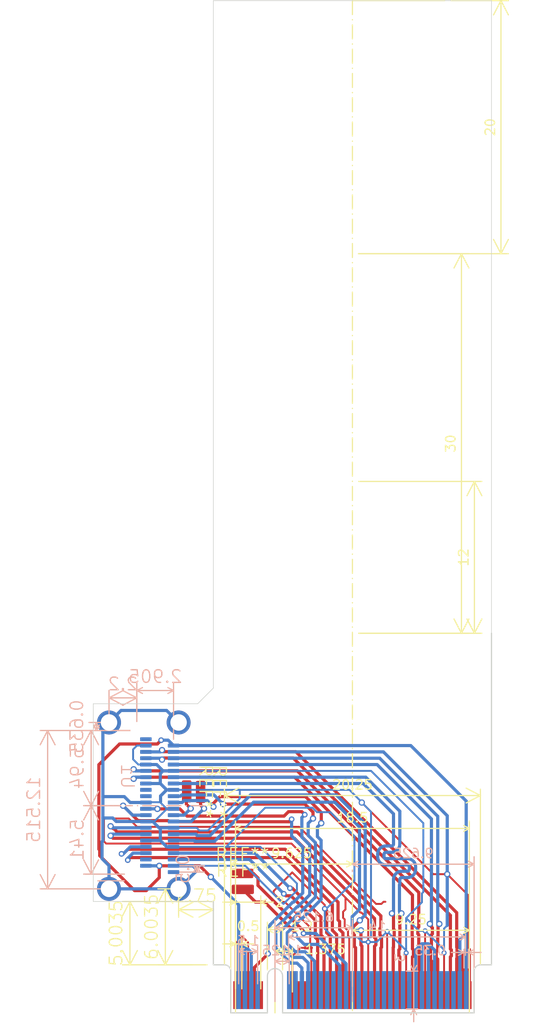
<source format=kicad_pcb>
(kicad_pcb (version 20241229) (generator "pcbnew") (generator_version "9.0")
  (layers (0 "F.Cu" mixed) (2 "B.Cu" mixed) (13 "F.Paste" user) (15 "B.Paste" user) (5 "F.SilkS" user "F.Silkscreen") (7 "B.SilkS" user "B.Silkscreen") (1 "F.Mask" user) (3 "B.Mask" user) (25 "Edge.Cuts" user))
  (net 0 "")
  (net 1 "Net-(U1-2W_SDA)")
  (net 3 "/GND")
  (net 5 "Net-(U1-2W_SCL)")
  (net 6 "/3V3")
  (net 7 "Net-(U1-CPRSNT{slash}CLKREQ)")
  (net 8 "Net-(U1-CWAKE{slash}PEWAKE)")
  (net 9 "Net-(U1-BP_Type{slash}PEDET)")
  (net 16 "Net-(U1-PERST)")
  (net 24 "/T2N")
  (net 25 "/T0P")
  (net 26 "/T0N")
  (net 27 "/T1P")
  (net 29 "/T3P")
  (net 31 "/T1N")
  (net 34 "/T2P")
  (net 35 "/T3N")
  (net 37 "/R2P")
  (net 38 "/R0N")
  (net 39 "/R0P")
  (net 40 "/R1N")
  (net 41 "/R1P")
  (net 43 "/R3N")
  (net 47 "/R3P")
  (net 48 "/R2N")
  (footprint "Kustom:Testpad" (layer "F.Cu") (at 57.15 105.14 -90)
    (property "Reference" "REF**")
    (property "Value" "Testpad")
  )
  (footprint "Kustom:Testpad" (layer "F.Cu") (at 56.05 105.1 -90)
    (property "Reference" "REF**")
    (property "Value" "Testpad")
  )
  (footprint "Kustom:Testpad" (layer "F.Cu") (at 60.49 112.84)
    (property "Reference" "REF**")
    (property "Value" "Testpad")
  )
  (footprint "Kustom:M.2_M_KEY" (layer "F.Cu") (at 59.91 121.2)
    (property "Reference" "U2" (hide yes))
    (property "Value" "~" (hide yes))
    (fp_line (start -1.75 -2.39646) (end -1.75 -7.4) (stroke (width 0.1)) (layer "Edge.Cuts"))
    (fp_line (start -0.875 -2.39646) (end -1.75 -2.39646) (stroke (width 0.1)) (layer "Edge.Cuts"))
    (fp_line (start -0.375 1.4) (end -0.375 -1.892841) (stroke (width 0.1)) (layer "Edge.Cuts"))
    (fp_line (start 2.525 -1.5) (end 2.525 1.4) (stroke (width 0.1)) (layer "Edge.Cuts"))
    (fp_line (start 2.525 1.4) (end -0.375 1.4) (stroke (width 0.1)) (layer "Edge.Cuts"))
    (fp_line (start 3.725 -1.5) (end 3.725 1.4) (stroke (width 0.1)) (layer "Edge.Cuts"))
    (fp_line (start 18.875 1.4) (end 3.725 1.4) (stroke (width 0.1)) (layer "Edge.Cuts"))
    (fp_line (start 18.875 1.4) (end 18.875 -1.9) (stroke (width 0.1)) (layer "Edge.Cuts"))
    (fp_line (start 19.375 -2.39646) (end 20.25 -2.39646) (stroke (width 0.1)) (layer "Edge.Cuts"))
    (fp_line (start 20.25 -2.39646) (end 20.25 -28.6) (stroke (width 0.1)) (layer "Edge.Cuts"))
    (fp_arc (start -0.875 -2.39646) (mid -0.522696 -2.251263) (end -0.375 -1.9) (stroke (width 0.1)) (layer "Edge.Cuts"))
    (fp_arc (start 2.525 -1.5) (mid 3.125 -2.1) (end 3.725 -1.5) (stroke (width 0.1)) (layer "Edge.Cuts"))
    (fp_arc (start 18.875 -1.9) (mid 19.022696 -2.251263) (end 19.375 -2.39646) (stroke (width 0.1)) (layer "Edge.Cuts"))
  )
  (footprint "Kustom:Testpad" (layer "F.Cu") (at 60.45 111.58)
    (property "Reference" "REF**")
    (property "Value" "Testpad")
  )
  (footprint "Kustom:LDN_2423_17CT0-7H Oculink SFF-8612" (layer "B.Cu") (at 52.82 110.975 90)
    (property "Reference" "U1")
    (property "Value" "~" (hide yes))
  )
  (gr_line (start 58.16 96.93) (end 56.92 98.17) (stroke (width 0.05)) (layer "Edge.Cuts"))
  (gr_line (start 80.16 42.6) (end 58.16 42.6) (stroke (width 0.05)) (layer "Edge.Cuts"))
  (gr_line (start 80.16 92.6) (end 80.16 42.6) (stroke (width 0.05)) (layer "Edge.Cuts"))
  (gr_line (start 58.16 42.6) (end 58.16 96.93) (stroke (width 0.05)) (layer "Edge.Cuts"))
  (gr_line (start 48.66 113.8) (end 48.66 98.17) (stroke (width 0.05)) (layer "Edge.Cuts"))
  (gr_line (start 58.16 113.8) (end 48.66 113.8) (stroke (width 0.05)) (layer "Edge.Cuts"))
  (gr_line (start 56.92 98.17) (end 48.66 98.17) (stroke (width 0.05)) (layer "Edge.Cuts"))
  (dimension (type orthogonal) (layer "F.SilkS") (pts (xy 55.41 112.8) (xy 58.16 118.80354)) (height 1.65) (orientation 0) (format (prefix "") (suffix "") (units 3) (units_format 0) (precision 4) (suppress_zeroes yes)) (style (thickness 0.1) (arrow_length 1.27) (text_position_mode 0) (arrow_direction outward) (extension_height 0.58642) (extension_offset 0.5) (keep_text_aligned yes)) (gr_text "2.75" (at 56.785 113.35 0) (layer "F.SilkS") (effects (font (size 1 1) (thickness 0.1)))))
  (dimension (type orthogonal) (layer "F.SilkS") (pts (xy 55.41 112.8) (xy 56.99 118.80354)) (height -1.05) (orientation 1) (format (prefix "") (suffix "") (units 3) (units_format 0) (precision 4) (suppress_zeroes yes)) (style (thickness 0.1) (arrow_length 1.27) (text_position_mode 0) (arrow_direction outward) (extension_height 0.58642) (extension_offset 0.5) (keep_text_aligned yes)) (gr_text "6.0035" (at 53.26 115.80177 90) (layer "F.SilkS") (effects (font (size 1 1) (thickness 0.1)))))
  (segment (start 62.21 113.84) (end 64.60491 116.23491) (width 0.25) (layer "F.Cu") (net 1))
  (segment (start 60.49 112.84) (end 61.49 113.84) (width 0.25) (layer "F.Cu") (net 1))
  (segment (start 64.60491 116.23491) (end 64.60491 116.442158) (width 0.25) (layer "F.Cu") (net 1))
  (segment (start 61.49 113.84) (end 62.21 113.84) (width 0.25) (layer "F.Cu") (net 1))
  (segment (start 56.022361 106.108025) (end 56.365336 106.451) (width 0.25) (layer "F.Cu") (net 1))
  (segment (start 56.022361 105.792639) (end 56.022361 106.108025) (width 0.25) (layer "F.Cu") (net 1))
  (via (at 56.365336 106.451) (size 0.5) (drill 0.3) (layers "F.Cu" "B.Cu") (net 1))
  (via (at 64.60491 116.442158) (size 0.45) (drill 0.25) (layers "F.Cu" "B.Cu") (net 1))
  (segment (start 68.16 118.858478) (end 66.491522 117.19) (width 0.25) (layer "B.Cu") (net 1))
  (segment (start 68.16 120.8) (end 68.16 118.858478) (width 0.25) (layer "B.Cu") (net 1))
  (segment (start 55.01 106.975) (end 55.841336 106.975) (width 0.25) (layer "B.Cu") (net 1))
  (segment (start 66.491522 117.19) (end 65.352752 117.19) (width 0.25) (layer "B.Cu") (net 1))
  (segment (start 65.352752 117.19) (end 64.60491 116.442158) (width 0.25) (layer "B.Cu") (net 1))
  (segment (start 55.841336 106.975) (end 56.365336 106.451) (width 0.25) (layer "B.Cu") (net 1))
  (segment (start 65.91 121.2) (end 65.91 117.46) (width 0.15) (layer "F.Cu") (net 3))
  (segment (start 69.874346 114.675) (end 69.795 114.675) (width 0.15) (layer "F.Cu") (net 3))
  (segment (start 75.56 111.64) (end 76.66 111.64) (width 0.15) (layer "F.Cu") (net 3))
  (segment (start 74.91 121.2) (end 74.91 116.12) (width 0.15) (layer "F.Cu") (net 3))
  (segment (start 59.91 121.2) (end 59.91 117.12) (width 0.15) (layer "F.Cu") (net 3))
  (segment (start 68.421889 114.61189) (end 68.612562 114.421217) (width 0.15) (layer "F.Cu") (net 3))
  (segment (start 60.91 121.2) (end 60.91 117.04) (width 0.15) (layer "F.Cu") (net 3))
  (segment (start 64.939654 107.899) (end 71.030654 113.99) (width 0.15) (layer "F.Cu") (net 3))
  (segment (start 78.41 117.59) (end 78.41 121.2) (width 0.25) (layer "F.Cu") (net 3))
  (segment (start 69.9 105.98) (end 75.56 111.64) (width 0.15) (layer "F.Cu") (net 3))
  (segment (start 77.91 117.95) (end 78.34 117.52) (width 0.25) (layer "F.Cu") (net 3))
  (segment (start 78.34 113.32) (end 76.66 111.64) (width 0.15) (layer "F.Cu") (net 3))
  (segment (start 60.91 117.04) (end 60.45 116.58) (width 0.15) (layer "F.Cu") (net 3))
  (segment (start 71.62 113.82) (end 71.77 113.82) (width 0.15) (layer "F.Cu") (net 3))
  (segment (start 65.91 117.46) (end 65.82189 117.37189) (width 0.15) (layer "F.Cu") (net 3))
  (segment (start 66.971889 114.071889) (end 66.971889 114.369936) (width 0.15) (layer "F.Cu") (net 3))
  (segment (start 59.91 117.12) (end 60.41 116.62) (width 0.15) (layer "F.Cu") (net 3))
  (segment (start 49.58 107.24) (end 51.464314 107.24) (width 0.15) (layer "F.Cu") (net 3))
  (segment (start 68.810706 116.504569) (end 68.810706 116.11345) (width 0.15) (layer "F.Cu") (net 3))
  (segment (start 68.612562 114.421217) (end 68.612562 113.492562) (width 0.15) (layer "F.Cu") (net 3))
  (segment (start 49.504789 109.044789) (end 49.504789 107.315211) (width 0.15) (layer "F.Cu") (net 3))
  (segment (start 70.41 117.003458) (end 70.410706 117.002752) (width 0.15) (layer "F.Cu") (net 3))
  (segment (start 65.05 117.46) (end 65.41 117.46) (width 0.15) (layer "F.Cu") (net 3))
  (segment (start 68.612562 113.492562) (end 64.34 109.22) (width 0.15) (layer "F.Cu") (net 3))
  (segment (start 65.82189 117.37189) (end 65.82189 115.84189) (width 0.15) (layer "F.Cu") (net 3))
  (segment (start 69.795 114.675) (end 68.612562 113.492562) (width 0.15) (layer "F.Cu") (net 3))
  (segment (start 67.12189 114.519937) (end 66.971889 114.369936) (width 0.25) (layer "F.Cu") (net 3))
  (segment (start 60.41 116.62) (end 60.41 121.2) (width 0.15) (layer "F.Cu") (net 3))
  (segment (start 68.91 116.603864) (end 68.810706 116.504569) (width 0.15) (layer "F.Cu") (net 3))
  (segment (start 65.41 117.46) (end 65.91 117.46) (width 0.25) (layer "F.Cu") (net 3))
  (segment (start 78.34 117.52) (end 78.34 113.32) (width 0.15) (layer "F.Cu") (net 3))
  (segment (start 67.12189 116.26311) (end 67.12189 114.519937) (width 0.25) (layer "F.Cu") (net 3))
  (segment (start 76.41 121.2) (end 76.41 117.86) (width 0.15) (layer "F.Cu") (net 3))
  (segment (start 64.41 121.2) (end 64.41 118.1) (width 0.15) (layer "F.Cu") (net 3))
  (segment (start 68.421889 115.088236) (end 68.421889 114.61189) (width 0.15) (layer "F.Cu") (net 3))
  (segment (start 52.123314 107.899) (end 64.939654 107.899) (width 0.15) (layer "F.Cu") (net 3))
  (segment (start 71.91 121.2) (end 71.91 116.170612) (width 0.15) (layer "F.Cu") (net 3))
  (segment (start 62.93 112.97) (end 64.4 111.5) (width 0.15) (layer "F.Cu") (net 3))
  (segment (start 77.91 121.2) (end 77.91 117.95) (width 0.25) (layer "F.Cu") (net 3))
  (segment (start 73.41 121.2) (end 73.41 117.86) (width 0.15) (layer "F.Cu") (net 3))
  (segment (start 63.816302 113.836302) (end 63.600209 113.836302) (width 0.15) (layer "F.Cu") (net 3))
  (segment (start 64.4 111.5) (end 66.971889 114.071889) (width 0.15) (layer "F.Cu") (net 3))
  (segment (start 68.547562 115.213909) (end 68.421889 115.088236) (width 0.15) (layer "F.Cu") (net 3))
  (segment (start 70.410706 117.002752) (end 70.410706 115.21136) (width 0.15) (layer "F.Cu") (net 3))
  (segment (start 64.41 118.1) (end 65.05 117.46) (width 0.15) (layer "F.Cu") (net 3))
  (segment (start 68.547562 115.850305) (end 68.547562 115.213909) (width 0.15) (layer "F.Cu") (net 3))
  (segment (start 60.45 116.58) (end 60.41 116.62) (width 0.15) (layer "F.Cu") (net 3))
  (segment (start 68.810706 116.11345) (end 68.547562 115.850305) (width 0.15) (layer "F.Cu") (net 3))
  (segment (start 71.45 113.99) (end 71.62 113.82) (width 0.15) (layer "F.Cu") (net 3))
  (segment (start 68.91 121.2) (end 68.91 116.603864) (width 0.15) (layer "F.Cu") (net 3))
  (segment (start 49.504789 107.315211) (end 49.58 107.24) (width 0.15) (layer "F.Cu") (net 3))
  (segment (start 65.82189 115.84189) (end 63.816302 113.836302) (width 0.15) (layer "F.Cu") (net 3))
  (segment (start 78.34 117.52) (end 78.41 117.59) (width 0.25) (layer "F.Cu") (net 3))
  (segment (start 51.464314 107.24) (end 52.123314 107.899) (width 0.15) (layer "F.Cu") (net 3))
  (segment (start 63.600209 113.836302) (end 62.93 113.166093) (width 0.15) (layer "F.Cu") (net 3))
  (segment (start 71.91 116.170612) (end 71.910306 116.170306) (width 0.15) (layer "F.Cu") (net 3))
  (segment (start 70.41 121.2) (end 70.41 117.003458) (width 0.15) (layer "F.Cu") (net 3))
  (segment (start 67.41 116.55122) (end 67.12189 116.26311) (width 0.25) (layer "F.Cu") (net 3))
  (segment (start 49.68 109.22) (end 49.504789 109.044789) (width 0.15) (layer "F.Cu") (net 3))
  (segment (start 67.41 121.2) (end 67.41 116.55122) (width 0.25) (layer "F.Cu") (net 3))
  (segment (start 70.410706 115.21136) (end 69.874346 114.675) (width 0.15) (layer "F.Cu") (net 3))
  (segment (start 62.93 113.166093) (end 62.93 112.97) (width 0.15) (layer "F.Cu") (net 3))
  (segment (start 71.030654 113.99) (end 71.45 113.99) (width 0.15) (layer "F.Cu") (net 3))
  (segment (start 64.34 109.22) (end 49.68 109.22) (width 0.15) (layer "F.Cu") (net 3))
  (via (at 69.9 105.98) (size 0.5) (drill 0.3) (layers "F.Cu" "B.Cu") (net 3))
  (via (at 71.910306 116.170306) (size 0.4) (drill 0.2) (layers "F.Cu" "B.Cu") (net 3))
  (via (at 76.41 117.86) (size 0.4) (drill 0.2) (layers "F.Cu" "B.Cu") (net 3))
  (via (at 66.971889 114.369936) (size 0.45) (drill 0.25) (layers "F.Cu" "B.Cu") (net 3))
  (via (at 74.91 116.12) (size 0.4) (drill 0.2) (layers "F.Cu" "B.Cu") (net 3))
  (via (at 73.41 117.86) (size 0.4) (drill 0.2) (layers "F.Cu" "B.Cu") (net 3))
  (via (at 70.410706 117.002752) (size 0.4) (drill 0.2) (layers "F.Cu" "B.Cu") (net 3))
  (via (at 76.66 111.64) (size 0.5) (drill 0.3) (layers "F.Cu" "B.Cu") (net 3))
  (segment (start 67.64 116.62) (end 66.971889 115.951889) (width 0.15) (layer "B.Cu") (net 3))
  (segment (start 70.635 103.475) (end 72.13 104.97) (width 0.15) (layer "B.Cu") (net 3))
  (segment (start 66.356653 106.74) (end 67.42 106.74) (width 0.15) (layer "B.Cu") (net 3))
  (segment (start 52.82 105.975) (end 51.579588 105.975) (width 0.25) (layer "B.Cu") (net 3))
  (segment (start 74.66 113.16) (end 74.66 113.858877) (width 0.15) (layer "B.Cu") (net 3))
  (segment (start 54.464916 104.975) (end 53.983232 105.456684) (width 0.25) (layer "B.Cu") (net 3))
  (segment (start 55.01 110.975) (end 56.535 110.975) (width 0.25) (layer "B.Cu") (net 3))
  (segment (start 68.451081 113.017067) (end 67.098212 114.369936) (width 0.15) (layer "B.Cu") (net 3))
  (segment (start 76.41 117.62) (end 76.41 115.94) (width 0.15) (layer "B.Cu") (net 3))
  (segment (start 74.66 113.858877) (end 73.41 115.108877) (width 0.15) (layer "B.Cu") (net 3))
  (segment (start 57.724314 108.19) (end 60.25 105.664314) (width 0.15) (layer "B.Cu") (net 3))
  (segment (start 59.175 109.475) (end 61.865 109.475) (width 0.15) (layer "B.Cu") (net 3))
  (segment (start 76.38 106.74) (end 76.66 107.02) (width 0.25) (layer "B.Cu") (net 3))
  (segment (start 51.579588 105.975) (end 51.114588 105.51) (width 0.25) (layer "B.Cu") (net 3))
  (segment (start 66.971889 115.951889) (end 66.971889 114.369936) (width 0.15) (layer "B.Cu") (net 3))
  (segment (start 53.865084 107.975) (end 53.365084 107.475) (width 0.25) (layer "B.Cu") (net 3))
  (segment (start 53.964916 104.475) (end 54.464916 104.975) (width 0.25) (layer "B.Cu") (net 3))
  (segment (start 69.9 105.98) (end 70.63 106.71) (width 0.15) (layer "B.Cu") (net 3))
  (segment (start 74.77 113.05) (end 74.66 113.16) (width 0.15) (layer "B.Cu") (net 3))
  (segment (start 54.175412 103.475) (end 55.01 103.475) (width 0.25) (layer "B.Cu") (net 3))
  (segment (start 74.77 107.61) (end 74.77 108.73) (width 0.15) (layer "B.Cu") (net 3))
  (segment (start 49.42 107.2) (end 49.42 109.00128) (width 0.25) (layer "B.Cu") (net 3))
  (segment (start 55.41 99.65) (end 54.460001 98.700001) (width 0.25) (layer "B.Cu") (net 3))
  (segment (start 57.052647 108.19) (end 57.724314 108.19) (width 0.15) (layer "B.Cu") (net 3))
  (segment (start 69.9 105.95) (end 69.9 105.98) (width 0.15) (layer "B.Cu") (net 3))
  (segment (start 52.841 105.954) (end 52.82 105.975) (width 0.15) (layer "B.Cu") (net 3))
  (segment (start 55.01 107.975) (end 56.837647 107.975) (width 0.15) (layer "B.Cu") (net 3))
  (segment (start 69.82 105.87) (end 69.9 105.95) (width 0.15) (layer "B.Cu") (net 3))
  (segment (start 69.56 116.62) (end 67.64 116.62) (width 0.15) (layer "B.Cu") (net 3))
  (segment (start 53.964916 108.975) (end 53.964916 108.074832) (width 0.25) (layer "B.Cu") (net 3))
  (segment (start 76.66 111.64) (end 76.66 115.69) (width 0.25) (layer "B.Cu") (net 3))
  (segment (start 54.468877 106.475) (end 53.947877 105.954) (width 0.15) (layer "B.Cu") (net 3))
  (segment (start 62.264031 106.385969) (end 66.002622 106.385969) (width 0.15) (layer "B.Cu") (net 3))
  (segment (start 52.82 107.475) (end 50.470377 107.475) (width 0.25) (layer "B.Cu") (net 3))
  (segment (start 70.63 106.71) (end 70.63 115.55) (width 0.15) (layer "B.Cu") (net 3))
  (segment (start 70.63 116.62) (end 69.56 116.62) (width 0.15) (layer "B.Cu") (net 3))
  (segment (start 54.175412 103.475) (end 53.96 103.690412) (width 0.25) (layer "B.Cu") (net 3))
  (segment (start 53.947877 105.954) (end 52.841 105.954) (width 0.15) (layer "B.Cu") (net 3))
  (segment (start 55.01 101.975) (end 71.615 101.975) (width 0.25) (layer "B.Cu") (net 3))
  (segment (start 59.175 109.475) (end 62.264031 106.385969) (width 0.15) (layer "B.Cu") (net 3))
  (segment (start 54.468877 106.491123) (end 53.485 107.475) (width 0.15) (layer "B.Cu") (net 3))
  (segment (start 53.485 107.475) (end 53.365084 107.475) (width 0.15) (layer "B.Cu") (net 3))
  (segment (start 54.460001 98.700001) (end 50.854999 98.700001) (width 0.25) (layer "B.Cu") (net 3))
  (segment (start 67.42 106.74) (end 69.319 108.639) (width 0.15) (layer "B.Cu") (net 3))
  (segment (start 60.25 105.664314) (end 60.25 104.975) (width 0.15) (layer "B.Cu") (net 3))
  (segment (start 74.91 116.12) (end 74.421123 116.12) (width 0.15) (layer "B.Cu") (net 3))
  (segment (start 49.905 99.65) (end 49.42 100.135) (width 0.25) (layer "B.Cu") (net 3))
  (segment (start 49.42 100.135) (end 49.42 105.51) (width 0.25) (layer "B.Cu") (net 3))
  (segment (start 76.41 115.94) (end 76.66 115.69) (width 0.15) (layer "B.Cu") (net 3))
  (segment (start 56.78 111.43) (end 55.41 112.8) (width 0.25) (layer "B.Cu") (net 3))
  (segment (start 69.942752 117.002752) (end 69.56 116.62) (width 0.15) (layer "B.Cu") (net 3))
  (segment (start 52.82 104.475) (end 53.964916 104.475) (width 0.25) (layer "B.Cu") (net 3))
  (segment (start 55.01 109.475) (end 59.175 109.475) (width 0.15) (layer "B.Cu") (net 3))
  (segment (start 73.41 117.67) (end 71.910306 116.170306) (width 0.15) (layer "B.Cu") (net 3))
  (segment (start 49.905 110.964366) (end 49.905 112.8) (width 0.25) (layer "B.Cu") (net 3))
  (segment (start 74.77 108.73) (end 74.77 113.05) (width 0.15) (layer "B.Cu") (net 3))
  (segment (start 53.96 103.690412) (end 53.96 104.470084) (width 0.25) (layer "B.Cu") (net 3))
  (segment (start 69.319 108.639) (end 69.319 112.147734) (width 0.15) (layer "B.Cu") (net 3))
  (segment (start 73.41 117.86) (end 73.41 117.67) (width 0.15) (layer "B.Cu") (net 3))
  (segment (start 49.351866 109.069414) (end 49.351866 110.411232) (width 0.25) (layer "B.Cu") (net 3))
  (segment (start 51.114588 105.51) (end 49.42 105.51) (width 0.25) (layer "B.Cu") (net 3))
  (segment (start 68.925 104.975) (end 69.82 105.87) (width 0.15) (layer "B.Cu") (net 3))
  (segment (start 50.854999 98.700001) (end 49.905 99.65) (width 0.25) (layer "B.Cu") (net 3))
  (segment (start 54.468877 106.475) (end 54.468877 106.491123) (width 0.15) (layer "B.Cu") (net 3))
  (segment (start 49.42 109.00128) (end 49.351866 109.069414) (width 0.25) (layer "B.Cu") (net 3))
  (segment (start 70.410706 117.002752) (end 71.07786 117.002752) (width 0.15) (layer "B.Cu") (net 3))
  (segment (start 53.365084 107.475) (end 52.82 107.475) (width 0.25) (layer "B.Cu") (net 3))
  (segment (start 53.964916 108.975) (end 54.464916 109.475) (width 0.25) (layer "B.Cu") (net 3))
  (segment (start 54.464916 109.475) (end 55.01 109.475) (width 0.25) (layer "B.Cu") (net 3))
  (segment (start 64.77 112.38) (end 64.77 112.93) (width 0.15) (layer "B.Cu") (net 3))
  (segment (start 52.82 102.975) (end 53.675412 102.975) (width 0.25) (layer "B.Cu") (net 3))
  (segment (start 66.002622 106.385969) (end 66.356653 106.74) (width 0.15) (layer "B.Cu") (net 3))
  (segment (start 49.42 105.51) (end 49.42 107.2) (width 0.25) (layer "B.Cu") (net 3))
  (segment (start 70.410706 117.002752) (end 69.942752 117.002752) (width 0.15) (layer "B.Cu") (net 3))
  (segment (start 55.41 112.8) (end 49.905 112.8) (width 0.25) (layer "B.Cu") (net 3))
  (segment (start 50.470377 107.475) (end 50.195377 107.2) (width 0.25) (layer "B.Cu") (net 3))
  (segment (start 60.685 110.975) (end 56.535 110.975) (width 0.15) (layer "B.Cu") (net 3))
  (segment (start 50.195377 107.2) (end 49.42 107.2) (width 0.25) (layer "B.Cu") (net 3))
  (segment (start 55.01 107.975) (end 53.865084 107.975) (width 0.25) (layer "B.Cu") (net 3))
  (segment (start 52.115 101.475) (end 51.81 101.78) (width 0.15) (layer "B.Cu") (net 3))
  (segment (start 55.01 106.475) (end 54.468877 106.475) (width 0.15) (layer "B.Cu") (net 3))
  (segment (start 74.421123 116.12) (end 73.41 115.108877) (width 0.15) (layer "B.Cu") (net 3))
  (segment (start 53.96 104.470084) (end 53.964916 104.475) (width 0.25) (layer "B.Cu") (net 3))
  (segment (start 49.351866 110.411232) (end 49.905 110.964366) (width 0.25) (layer "B.Cu") (net 3))
  (segment (start 55.01 103.475) (end 70.635 103.475) (width 0.15) (layer "B.Cu") (net 3))
  (segment (start 71.615 101.975) (end 76.38 106.74) (width 0.25) (layer "B.Cu") (net 3))
  (segment (start 53.983232 105.456684) (end 53.983232 105.918645) (width 0.25) (layer "B.Cu") (net 3))
  (segment (start 61.865 109.475) (end 64.77 112.38) (width 0.15) (layer "B.Cu") (net 3))
  (segment (start 68.451081 113.015653) (end 68.451081 113.017067) (width 0.15) (layer "B.Cu") (net 3))
  (segment (start 53.675412 102.975) (end 54.175412 103.475) (width 0.25) (layer "B.Cu") (net 3))
  (segment (start 73.41 115.108877) (end 73.41 117.86) (width 0.15) (layer "B.Cu") (net 3))
  (segment (start 67.098212 114.369936) (end 66.971889 114.369936) (width 0.15) (layer "B.Cu") (net 3))
  (segment (start 69.319 112.147734) (end 68.451081 113.015653) (width 0.15) (layer "B.Cu") (net 3))
  (segment (start 55.01 104.975) (end 60.25 104.975) (width 0.15) (layer "B.Cu") (net 3))
  (segment (start 63.705 113.995) (end 60.685 110.975) (width 0.15) (layer "B.Cu") (net 3))
  (segment (start 72.13 104.97) (end 74.77 107.61) (width 0.15) (layer "B.Cu") (net 3))
  (segment (start 52.82 101.475) (end 52.115 101.475) (width 0.15) (layer "B.Cu") (net 3))
  (segment (start 51.81 102.56) (end 52.225 102.975) (width 0.15) (layer "B.Cu") (net 3))
  (segment (start 70.63 115.55) (end 70.63 116.62) (width 0.15) (layer "B.Cu") (net 3))
  (segment (start 60.25 104.975) (end 68.925 104.975) (width 0.15) (layer "B.Cu") (net 3))
  (segment (start 64.77 112.93) (end 63.705 113.995) (width 0.15) (layer "B.Cu") (net 3))
  (segment (start 56.535 110.975) (end 56.78 111.22) (width 0.25) (layer "B.Cu") (net 3))
  (segment (start 56.837647 107.975) (end 57.052647 108.19) (width 0.15) (layer "B.Cu") (net 3))
  (segment (start 52.82 108.975) (end 53.964916 108.975) (width 0.25) (layer "B.Cu") (net 3))
  (segment (start 76.66 107.02) (end 76.66 111.64) (width 0.25) (layer "B.Cu") (net 3))
  (segment (start 76.41 117.86) (end 76.41 117.62) (width 0.15) (layer "B.Cu") (net 3))
  (segment (start 53.964916 108.074832) (end 53.865084 107.975) (width 0.25) (layer "B.Cu") (net 3))
  (segment (start 54.464916 104.975) (end 55.01 104.975) (width 0.25) (layer "B.Cu") (net 3))
  (segment (start 71.07786 117.002752) (end 71.910306 116.170306) (width 0.15) (layer "B.Cu") (net 3))
  (segment (start 51.81 101.78) (end 51.81 102.56) (width 0.15) (layer "B.Cu") (net 3))
  (segment (start 76.41 117.62) (end 74.91 116.12) (width 0.15) (layer "B.Cu") (net 3))
  (segment (start 56.78 111.22) (end 56.78 111.43) (width 0.25) (layer "B.Cu") (net 3))
  (segment (start 52.225 102.975) (end 52.82 102.975) (width 0.15) (layer "B.Cu") (net 3))
  (segment (start 57.15 106.181088) (end 57.419914 106.451) (width 0.25) (layer "F.Cu") (net 5))
  (segment (start 57.15 105.14) (end 57.15 106.181088) (width 0.25) (layer "F.Cu") (net 5))
  (segment (start 65.294241 116.134241) (end 65.294241 116.320391) (width 0.25) (layer "F.Cu") (net 5))
  (segment (start 61.691 112.531) (end 65.294241 116.134241) (width 0.25) (layer "F.Cu") (net 5))
  (segment (start 61.324999 111.58) (end 61.691 111.946001) (width 0.25) (layer "F.Cu") (net 5))
  (segment (start 60.45 111.58) (end 61.324999 111.58) (width 0.25) (layer "F.Cu") (net 5))
  (segment (start 61.691 111.946001) (end 61.691 112.531) (width 0.25) (layer "F.Cu") (net 5))
  (via (at 65.294241 116.320391) (size 0.45) (drill 0.25) (layers "F.Cu" "B.Cu") (net 5))
  (via (at 57.419914 106.451) (size 0.5) (drill 0.3) (layers "F.Cu" "B.Cu") (net 5))
  (segment (start 68.66 120.8) (end 68.66 118.722082) (width 0.25) (layer "B.Cu") (net 5))
  (segment (start 56.395915 107.475) (end 57.419914 106.451) (width 0.25) (layer "B.Cu") (net 5))
  (segment (start 55.01 107.475) (end 56.395915 107.475) (width 0.25) (layer "B.Cu") (net 5))
  (segment (start 66.258309 116.320391) (end 65.294241 116.320391) (width 0.25) (layer "B.Cu") (net 5))
  (segment (start 68.66 118.722082) (end 66.258309 116.320391) (width 0.25) (layer "B.Cu") (net 5))
  (segment (start 52.63 112.94) (end 51.93 112.94) (width 0.25) (layer "F.Cu") (net 6))
  (segment (start 49.103789 109.663789) (end 49.103789 102.986211) (width 0.25) (layer "F.Cu") (net 6))
  (segment (start 53.88 110.98) (end 53.88 111.91) (width 0.25) (layer "F.Cu") (net 6))
  (segment (start 49.17 109.73) (end 49.103789 109.663789) (width 0.25) (layer "F.Cu") (net 6))
  (segment (start 57.96 111.86) (end 57.08 110.98) (width 0.25) (layer "F.Cu") (net 6))
  (segment (start 51.93 112.94) (end 51.35 112.36) (width 0.25) (layer "F.Cu") (net 6))
  (segment (start 50.74 101.35) (end 52.74 101.35) (width 0.25) (layer "F.Cu") (net 6))
  (segment (start 53.73 101.35) (end 54.03 101.05) (width 0.25) (layer "F.Cu") (net 6))
  (segment (start 50.27 101.82) (end 50.74 101.35) (width 0.25) (layer "F.Cu") (net 6))
  (segment (start 52.85 112.94) (end 52.63 112.94) (width 0.25) (layer "F.Cu") (net 6))
  (segment (start 49.103789 102.986211) (end 50.27 101.82) (width 0.25) (layer "F.Cu") (net 6))
  (segment (start 49.17 110.18) (end 49.17 109.73) (width 0.25) (layer "F.Cu") (net 6))
  (segment (start 53.88 111.91) (end 52.85 112.94) (width 0.25) (layer "F.Cu") (net 6))
  (segment (start 51.35 112.36) (end 49.17 110.18) (width 0.25) (layer "F.Cu") (net 6))
  (segment (start 57.08 110.98) (end 53.88 110.98) (width 0.25) (layer "F.Cu") (net 6))
  (segment (start 52.74 101.35) (end 53.73 101.35) (width 0.25) (layer "F.Cu") (net 6))
  (via (at 54.03 101.05) (size 0.45) (drill 0.25) (layers "F.Cu" "B.Cu") (net 6))
  (via (at 57.96 111.86) (size 0.5) (drill 0.3) (layers "F.Cu" "B.Cu") (net 6))
  (via (at 53.88 110.98) (size 0.5) (drill 0.3) (layers "F.Cu" "B.Cu") (net 6))
  (segment (start 60.66 117.33) (end 60.16 117.33) (width 0.25) (layer "B.Cu") (net 6))
  (segment (start 75.66 117.64) (end 75.16 117.14) (width 0.25) (layer "B.Cu") (net 6))
  (segment (start 77.66 116.82) (end 78.16 116.32) (width 0.25) (layer "B.Cu") (net 6))
  (segment (start 61.16 120.8) (end 61.16 117.83) (width 0.25) (layer "B.Cu") (net 6))
  (segment (start 78.16 116.32) (end 78.16 105.86) (width 0.25) (layer "B.Cu") (net 6))
  (segment (start 61.16 117.83) (end 60.66 117.33) (width 0.25) (layer "B.Cu") (net 6))
  (segment (start 53.88 110.98) (end 52.825 110.98) (width 0.25) (layer "B.Cu") (net 6))
  (segment (start 77.66 120.8) (end 77.66 116.82) (width 0.25) (layer "B.Cu") (net 6))
  (segment (start 60.16 117.33) (end 60.16 120.8) (width 0.25) (layer "B.Cu") (net 6))
  (segment (start 75.66 120.8) (end 75.66 117.64) (width 0.25) (layer "B.Cu") (net 6))
  (segment (start 75.16 120.8) (end 75.16 117.14) (width 0.25) (layer "B.Cu") (net 6))
  (segment (start 73.775 101.475) (end 55.01 101.475) (width 0.25) (layer "B.Cu") (net 6))
  (segment (start 60.66 120.8) (end 60.66 117.33) (width 0.25) (layer "B.Cu") (net 6))
  (segment (start 78.16 105.86) (end 73.775 101.475) (width 0.25) (layer "B.Cu") (net 6))
  (segment (start 52.825 110.98) (end 52.82 110.975) (width 0.25) (layer "B.Cu") (net 6))
  (segment (start 75.16 117.14) (end 74.66 117.14) (width 0.25) (layer "B.Cu") (net 6))
  (segment (start 54.585 101.05) (end 55.01 101.475) (width 0.25) (layer "B.Cu") (net 6))
  (segment (start 54.03 101.05) (end 54.585 101.05) (width 0.25) (layer "B.Cu") (net 6))
  (segment (start 60.16 114.06) (end 60.16 117.33) (width 0.25) (layer "B.Cu") (net 6))
  (segment (start 74.66 120.8) (end 74.66 117.14) (width 0.25) (layer "B.Cu") (net 6))
  (segment (start 74.16 120.8) (end 74.16 117.64) (width 0.25) (layer "B.Cu") (net 6))
  (segment (start 57.96 111.86) (end 60.16 114.06) (width 0.25) (layer "B.Cu") (net 6))
  (segment (start 78.16 120.8) (end 78.16 116.32) (width 0.25) (layer "B.Cu") (net 6))
  (segment (start 74.16 117.64) (end 74.66 117.14) (width 0.25) (layer "B.Cu") (net 6))
  (segment (start 65.400611 106.1) (end 66.04237 106.741759) (width 0.25) (layer "F.Cu") (net 7))
  (segment (start 58.93 106.1) (end 65.400611 106.1) (width 0.25) (layer "F.Cu") (net 7))
  (segment (start 66.04237 106.741759) (end 66.04237 107.23889) (width 0.25) (layer "F.Cu") (net 7))
  (via (at 66.04237 107.23889) (size 0.5) (drill 0.3) (layers "F.Cu" "B.Cu") (net 7))
  (via (at 58.93 106.1) (size 0.5) (drill 0.3) (layers "F.Cu" "B.Cu") (net 7))
  (segment (start 65.66 108.577208) (end 65.66 107.62126) (width 0.25) (layer "B.Cu") (net 7))
  (segment (start 55.654084 105.376) (end 58.206 105.376) (width 0.25) (layer "B.Cu") (net 7))
  (segment (start 64.456396 118.22) (end 63.55491 117.318514) (width 0.25) (layer "B.Cu") (net 7))
  (segment (start 58.206 105.376) (end 58.93 106.1) (width 0.25) (layer "B.Cu") (net 7))
  (segment (start 63.55491 117.318514) (end 63.55491 116.077882) (width 0.25) (layer "B.Cu") (net 7))
  (segment (start 65.232133 118.22) (end 64.456396 118.22) (width 0.25) (layer "B.Cu") (net 7))
  (segment (start 65.66 107.62126) (end 66.04237 107.23889) (width 0.25) (layer "B.Cu") (net 7))
  (segment (start 66.23 113.458478) (end 66.23 109.147208) (width 0.25) (layer "B.Cu") (net 7))
  (segment (start 55.555084 105.475) (end 55.654084 105.376) (width 0.25) (layer "B.Cu") (net 7))
  (segment (start 66.23 109.147208) (end 65.66 108.577208) (width 0.25) (layer "B.Cu") (net 7))
  (segment (start 55.01 105.475) (end 55.555084 105.475) (width 0.25) (layer "B.Cu") (net 7))
  (segment (start 65.66 120.8) (end 65.66 118.647867) (width 0.25) (layer "B.Cu") (net 7))
  (segment (start 65.018478 114.67) (end 66.23 113.458478) (width 0.25) (layer "B.Cu") (net 7))
  (segment (start 64.962792 114.67) (end 65.018478 114.67) (width 0.25) (layer "B.Cu") (net 7))
  (segment (start 63.55491 116.077882) (end 64.962792 114.67) (width 0.25) (layer "B.Cu") (net 7))
  (segment (start 65.66 118.647867) (end 65.232133 118.22) (width 0.25) (layer "B.Cu") (net 7))
  (segment (start 55.510452 106.48) (end 56.077452 107.047) (width 0.25) (layer "F.Cu") (net 8))
  (segment (start 63.754471 107.047) (end 64.101471 106.7) (width 0.25) (layer "F.Cu") (net 8))
  (segment (start 64.101471 106.7) (end 65.152082 106.7) (width 0.25) (layer "F.Cu") (net 8))
  (segment (start 56.077452 107.047) (end 63.754471 107.047) (width 0.25) (layer "F.Cu") (net 8))
  (segment (start 53.73 106.48) (end 55.510452 106.48) (width 0.25) (layer "F.Cu") (net 8))
  (segment (start 65.152082 106.7) (end 65.388051 106.935969) (width 0.25) (layer "F.Cu") (net 8))
  (via (at 65.388051 106.935969) (size 0.45) (drill 0.25) (layers "F.Cu" "B.Cu") (net 8))
  (via (at 53.73 106.48) (size 0.5) (drill 0.3) (layers "F.Cu" "B.Cu") (net 8))
  (segment (start 64.832082 114.22) (end 65.78 113.272082) (width 0.25) (layer "B.Cu") (net 8))
  (segment (start 53.725 106.475) (end 53.73 106.48) (width 0.25) (layer "B.Cu") (net 8))
  (segment (start 65.16 120.8) (end 65.16 119.05) (width 0.25) (layer "B.Cu") (net 8))
  (segment (start 65.78 113.272082) (end 65.78 109.333604) (width 0.25) (layer "B.Cu") (net 8))
  (segment (start 65.16 119.05) (end 64.78 118.67) (width 0.25) (layer "B.Cu") (net 8))
  (segment (start 65.16 107.16402) (end 65.388051 106.935969) (width 0.25) (layer "B.Cu") (net 8))
  (segment (start 64.27 118.67) (end 63.10491 117.50491) (width 0.25) (layer "B.Cu") (net 8))
  (segment (start 65.16 108.713604) (end 65.16 107.16402) (width 0.25) (layer "B.Cu") (net 8))
  (segment (start 64.776396 114.22) (end 64.832082 114.22) (width 0.25) (layer "B.Cu") (net 8))
  (segment (start 65.78 109.333604) (end 65.16 108.713604) (width 0.25) (layer "B.Cu") (net 8))
  (segment (start 63.10491 115.891486) (end 64.776396 114.22) (width 0.25) (layer "B.Cu") (net 8))
  (segment (start 63.10491 117.50491) (end 63.10491 115.891486) (width 0.25) (layer "B.Cu") (net 8))
  (segment (start 64.78 118.67) (end 64.27 118.67) (width 0.25) (layer "B.Cu") (net 8))
  (segment (start 52.82 106.475) (end 53.725 106.475) (width 0.25) (layer "B.Cu") (net 8))
  (segment (start 61.41 119.01) (end 61.41 121.2) (width 0.25) (layer "F.Cu") (net 9))
  (segment (start 51.02 106.23) (end 52.2 107.41) (width 0.25) (layer "F.Cu") (net 9))
  (segment (start 62.49 117.93) (end 61.41 119.01) (width 0.25) (layer "F.Cu") (net 9))
  (segment (start 52.2 107.41) (end 54.59 107.41) (width 0.25) (layer "F.Cu") (net 9))
  (segment (start 64.153 107.497) (end 64.35 107.3) (width 0.25) (layer "F.Cu") (net 9))
  (segment (start 54.59 107.41) (end 54.677 107.497) (width 0.25) (layer "F.Cu") (net 9))
  (segment (start 54.677 107.497) (end 64.153 107.497) (width 0.25) (layer "F.Cu") (net 9))
  (via (at 51.02 106.23) (size 0.5) (drill 0.3) (layers "F.Cu" "B.Cu") (net 9))
  (via (at 62.49 117.93) (size 0.45) (drill 0.25) (layers "F.Cu" "B.Cu") (net 9))
  (via (at 64.35 107.3) (size 0.45) (drill 0.25) (layers "F.Cu" "B.Cu") (net 9))
  (segment (start 51.765 106.975) (end 51.02 106.23) (width 0.25) (layer "B.Cu") (net 9))
  (segment (start 64.35 108.62) (end 65.23 109.5) (width 0.25) (layer "B.Cu") (net 9))
  (segment (start 64.505686 113.85) (end 64.439351 113.85) (width 0.25) (layer "B.Cu") (net 9))
  (segment (start 62.49 115.84) (end 62.49 117.93) (width 0.25) (layer "B.Cu") (net 9))
  (segment (start 65.23 109.5) (end 65.23 113.125686) (width 0.25) (layer "B.Cu") (net 9))
  (segment (start 64.35 107.3) (end 64.35 108.62) (width 0.25) (layer "B.Cu") (net 9))
  (segment (start 62.65491 115.634441) (end 62.65491 115.67509) (width 0.25) (layer "B.Cu") (net 9))
  (segment (start 52.82 106.975) (end 51.765 106.975) (width 0.25) (layer "B.Cu") (net 9))
  (segment (start 62.65491 115.67509) (end 62.49 115.84) (width 0.25) (layer "B.Cu") (net 9))
  (segment (start 65.23 113.125686) (end 64.505686 113.85) (width 0.25) (layer "B.Cu") (net 9))
  (segment (start 64.439351 113.85) (end 62.65491 115.634441) (width 0.25) (layer "B.Cu") (net 9))
  (segment (start 58.164148 106.311351) (end 58.164148 106.036388) (width 0.25) (layer "F.Cu") (net 16))
  (segment (start 65.445759 105.508752) (end 66.69446 106.757453) (width 0.25) (layer "F.Cu") (net 16))
  (segment (start 58.691784 105.508752) (end 65.445759 105.508752) (width 0.25) (layer "F.Cu") (net 16))
  (segment (start 58.164148 106.036388) (end 58.691784 105.508752) (width 0.25) (layer "F.Cu") (net 16))
  (segment (start 66.69446 106.757453) (end 66.69446 107.609407) (width 0.25) (layer "F.Cu") (net 16))
  (via (at 58.164148 106.311351) (size 0.5) (drill 0.3) (layers "F.Cu" "B.Cu") (net 16))
  (via (at 66.69446 107.609407) (size 0.5) (drill 0.3) (layers "F.Cu" "B.Cu") (net 16))
  (segment (start 64.00491 116.264278) (end 65.149188 115.12) (width 0.25) (layer "B.Cu") (net 16))
  (segment (start 66.16 120.8) (end 66.16 118.511471) (width 0.25) (layer "B.Cu") (net 16))
  (segment (start 65.149188 115.12) (end 65.204874 115.12) (width 0.25) (layer "B.Cu") (net 16))
  (segment (start 55.01 105.975) (end 55.69148 105.975) (width 0.25) (layer "B.Cu") (net 16))
  (segment (start 55.84048 105.826) (end 57.678797 105.826) (width 0.25) (layer "B.Cu") (net 16))
  (segment (start 65.418529 117.77) (end 64.642792 117.77) (width 0.25) (layer "B.Cu") (net 16))
  (segment (start 66.68 113.644874) (end 66.68 108.960812) (width 0.25) (layer "B.Cu") (net 16))
  (segment (start 64.00491 117.132118) (end 64.00491 116.264278) (width 0.25) (layer "B.Cu") (net 16))
  (segment (start 66.68 108.960812) (end 66.39 108.670812) (width 0.25) (layer "B.Cu") (net 16))
  (segment (start 55.69148 105.975) (end 55.84048 105.826) (width 0.25) (layer "B.Cu") (net 16))
  (segment (start 66.16 118.511471) (end 65.418529 117.77) (width 0.25) (layer "B.Cu") (net 16))
  (segment (start 57.678797 105.826) (end 58.164148 106.311351) (width 0.25) (layer "B.Cu") (net 16))
  (segment (start 65.204874 115.12) (end 66.68 113.644874) (width 0.25) (layer "B.Cu") (net 16))
  (segment (start 66.39 108.670812) (end 66.39 107.913867) (width 0.25) (layer "B.Cu") (net 16))
  (segment (start 64.642792 117.77) (end 64.00491 117.132118) (width 0.25) (layer "B.Cu") (net 16))
  (segment (start 66.39 107.913867) (end 66.69446 107.609407) (width 0.25) (layer "B.Cu") (net 16))
  (segment (start 72.91 115.850431) (end 72.91 114.865) (width 0.25) (layer "F.Cu") (net 24))
  (segment (start 72.91 117.546827) (end 72.91 116.709569) (width 0.25) (layer "F.Cu") (net 24))
  (segment (start 72.91 116.709569) (end 72.915 116.704569) (width 0.25) (layer "F.Cu") (net 24))
  (segment (start 72.91 114.865) (end 73.035 114.74) (width 0.25) (layer "F.Cu") (net 24))
  (segment (start 72.91 118.173173) (end 72.835 118.098173) (width 0.25) (layer "F.Cu") (net 24))
  (segment (start 72.915 116.704569) (end 72.915 115.855431) (width 0.25) (layer "F.Cu") (net 24))
  (segment (start 72.835 118.098173) (end 72.835 117.621827) (width 0.25) (layer "F.Cu") (net 24))
  (segment (start 72.91 121.2) (end 72.91 118.173173) (width 0.25) (layer "F.Cu") (net 24))
  (segment (start 72.835 117.621827) (end 72.91 117.546827) (width 0.25) (layer "F.Cu") (net 24))
  (segment (start 72.915 115.855431) (end 72.91 115.850431) (width 0.25) (layer "F.Cu") (net 24))
  (via (at 73.035 114.74) (size 0.5) (drill 0.3) (layers "F.Cu" "B.Cu") (net 24))
  (segment (start 70.218554 103.975) (end 72.91 106.666446) (width 0.25) (layer "B.Cu") (net 24))
  (segment (start 72.91 112.454911) (end 72.881151 112.48376) (width 0.25) (layer "B.Cu") (net 24))
  (segment (start 72.26 109.909882) (end 71.81 109.909882) (width 0.25) (layer "B.Cu") (net 24))
  (segment (start 73.06 110.409882) (end 73.51 110.409882) (width 0.25) (layer "B.Cu") (net 24))
  (segment (start 55.01 103.975) (end 70.218554 103.975) (width 0.25) (layer "B.Cu") (net 24))
  (segment (start 71.66 110.059882) (end 71.66 110.259882) (width 0.25) (layer "B.Cu") (net 24))
  (segment (start 72.91 112.059882) (end 72.91 112.259882) (width 0.25) (layer "B.Cu") (net 24))
  (segment (start 74.16 111.059882) (end 74.16 111.259882) (width 0.25) (layer "B.Cu") (net 24))
  (segment (start 72.881151 112.48376) (end 72.881151 114.586151) (width 0.25) (layer "B.Cu") (net 24))
  (segment (start 73.51 111.909882) (end 73.06 111.909882) (width 0.25) (layer "B.Cu") (net 24))
  (segment (start 71.81 110.409882) (end 72.26 110.409882) (width 0.25) (layer "B.Cu") (net 24))
  (segment (start 72.26 110.409882) (end 73.06 110.409882) (width 0.25) (layer "B.Cu") (net 24))
  (segment (start 72.91 112.259882) (end 72.91 112.454911) (width 0.25) (layer "B.Cu") (net 24))
  (segment (start 72.91 106.666446) (end 72.91 109.259882) (width 0.25) (layer "B.Cu") (net 24))
  (segment (start 72.881151 114.586151) (end 73.035 114.74) (width 0.25) (layer "B.Cu") (net 24))
  (arc (start 71.81 109.909882) (mid 71.703934 109.953816) (end 71.66 110.059882) (width 0.25) (layer "B.Cu") (net 24))
  (arc (start 71.66 110.259882) (mid 71.703934 110.365948) (end 71.81 110.409882) (width 0.25) (layer "B.Cu") (net 24))
  (arc (start 73.51 110.409882) (mid 73.969619 110.600263) (end 74.16 111.059882) (width 0.25) (layer "B.Cu") (net 24))
  (arc (start 74.16 111.259882) (mid 73.969619 111.719501) (end 73.51 111.909882) (width 0.25) (layer "B.Cu") (net 24))
  (arc (start 73.06 111.909882) (mid 72.953934 111.953816) (end 72.91 112.059882) (width 0.25) (layer "B.Cu") (net 24))
  (arc (start 72.91 109.259882) (mid 72.719619 109.719501) (end 72.26 109.909882) (width 0.25) (layer "B.Cu") (net 24))
  (segment (start 66.41 116.824012) (end 66.221889 116.635901) (width 0.25) (layer "F.Cu") (net 25))
  (segment (start 66.221889 116.635901) (end 66.221889 115.275443) (width 0.25) (layer "F.Cu") (net 25))
  (segment (start 63.889609 113.347884) (end 63.731953 113.190228) (width 0.25) (layer "F.Cu") (net 25))
  (segment (start 66.41 121.2) (end 66.41 116.824012) (width 0.25) (layer "F.Cu") (net 25))
  (segment (start 64.29433 113.347884) (end 63.889609 113.347884) (width 0.25) (layer "F.Cu") (net 25))
  (segment (start 66.221889 115.275443) (end 64.29433 113.347884) (width 0.25) (layer "F.Cu") (net 25))
  (via (at 63.731953 113.190228) (size 0.45) (drill 0.25) (layers "F.Cu" "B.Cu") (net 25))
  (segment (start 61.016725 110.475) (end 63.731953 113.190228) (width 0.25) (layer "B.Cu") (net 25))
  (segment (start 55.01 110.475) (end 61.016725 110.475) (width 0.25) (layer "B.Cu") (net 25))
  (segment (start 66.91 121.2) (end 66.91 116.687616) (width 0.25) (layer "F.Cu") (net 26))
  (segment (start 66.91 116.687616) (end 66.671889 116.449505) (width 0.25) (layer "F.Cu") (net 26))
  (segment (start 66.671889 115.018335) (end 64.401438 112.747884) (width 0.25) (layer "F.Cu") (net 26))
  (segment (start 64.401438 112.747884) (end 64.22 112.747884) (width 0.25) (layer "F.Cu") (net 26))
  (segment (start 66.671889 116.449505) (end 66.671889 115.018335) (width 0.25) (layer "F.Cu") (net 26))
  (via (at 64.22 112.747884) (size 0.45) (drill 0.25) (layers "F.Cu" "B.Cu") (net 26))
  (segment (start 61.447116 109.975) (end 64.22 112.747884) (width 0.25) (layer "B.Cu") (net 26))
  (segment (start 55.01 109.975) (end 61.447116 109.975) (width 0.25) (layer "B.Cu") (net 26))
  (segment (start 69.91 117.315219) (end 69.835706 117.240925) (width 0.25) (layer "F.Cu") (net 27))
  (segment (start 69.91 121.2) (end 69.91 117.315219) (width 0.25) (layer "F.Cu") (net 27))
  (segment (start 69.835706 117.240925) (end 69.835706 116.08) (width 0.25) (layer "F.Cu") (net 27))
  (via (at 69.835706 116.08) (size 0.5) (drill 0.3) (layers "F.Cu" "B.Cu") (net 27))
  (segment (start 56.700566 109.04) (end 58.25 109.04) (width 0.25) (layer "B.Cu") (net 27))
  (segment (start 69.342942 116.08) (end 69.835706 116.08) (width 0.25) (layer "B.Cu") (net 27))
  (segment (start 58.25 109.04) (end 61.34 105.95) (width 0.25) (layer "B.Cu") (net 27))
  (segment (start 55.01 108.975) (end 56.635566 108.975) (width 0.25) (layer "B.Cu") (net 27))
  (segment (start 69.72 107.913554) (end 69.72 114.42) (width 0.25) (layer "B.Cu") (net 27))
  (segment (start 56.635566 108.975) (end 56.700566 109.04) (width 0.25) (layer "B.Cu") (net 27))
  (segment (start 61.34 105.95) (end 67.756446 105.95) (width 0.25) (layer "B.Cu") (net 27))
  (segment (start 69.72 114.42) (end 69.14 115) (width 0.25) (layer "B.Cu") (net 27))
  (segment (start 69.14 115.877058) (end 69.342942 116.08) (width 0.25) (layer "B.Cu") (net 27))
  (segment (start 67.756446 105.95) (end 69.72 107.913554) (width 0.25) (layer "B.Cu") (net 27))
  (segment (start 69.14 115) (end 69.14 115.877058) (width 0.25) (layer "B.Cu") (net 27))
  (segment (start 75.485 115.881827) (end 75.41 115.806827) (width 0.25) (layer "F.Cu") (net 29))
  (segment (start 75.41 117.520431) (end 75.41 116.433173) (width 0.25) (layer "F.Cu") (net 29))
  (segment (start 75.345 117.585431) (end 75.41 117.520431) (width 0.25) (layer "F.Cu") (net 29))
  (segment (start 75.345 118.434569) (end 75.345 117.585431) (width 0.25) (layer "F.Cu") (net 29))
  (segment (start 75.41 115.695) (end 75.285 115.57) (width 0.25) (layer "F.Cu") (net 29))
  (segment (start 75.41 121.2) (end 75.41 118.499569) (width 0.25) (layer "F.Cu") (net 29))
  (segment (start 75.485 116.358173) (end 75.485 115.881827) (width 0.25) (layer "F.Cu") (net 29))
  (segment (start 75.41 116.433173) (end 75.485 116.358173) (width 0.25) (layer "F.Cu") (net 29))
  (segment (start 75.41 118.499569) (end 75.345 118.434569) (width 0.25) (layer "F.Cu") (net 29))
  (segment (start 75.41 115.806827) (end 75.41 115.695) (width 0.25) (layer "F.Cu") (net 29))
  (via (at 75.285 115.57) (size 0.5) (drill 0.3) (layers "F.Cu" "B.Cu") (net 29))
  (segment (start 75.41 115.445) (end 75.41 107.273554) (width 0.25) (layer "B.Cu") (net 29))
  (segment (start 75.41 107.273554) (end 71.111446 102.975) (width 0.25) (layer "B.Cu") (net 29))
  (segment (start 75.285 115.57) (end 75.41 115.445) (width 0.25) (layer "B.Cu") (net 29))
  (segment (start 71.111446 102.975) (end 55.01 102.975) (width 0.25) (layer "B.Cu") (net 29))
  (segment (start 69.313678 117.355293) (end 69.313678 116.441856) (width 0.25) (layer "F.Cu") (net 31))
  (segment (start 69.210706 116.338884) (end 69.210706 115.823708) (width 0.25) (layer "F.Cu") (net 31))
  (segment (start 69.41 121.2) (end 69.41 117.451615) (width 0.25) (layer "F.Cu") (net 31))
  (segment (start 69.313678 116.441856) (end 69.210706 116.338884) (width 0.25) (layer "F.Cu") (net 31))
  (segment (start 69.41 117.451615) (end 69.313678 117.355293) (width 0.25) (layer "F.Cu") (net 31))
  (segment (start 69.210706 115.823708) (end 69.745 115.289414) (width 0.25) (layer "F.Cu") (net 31))
  (via (at 69.745 115.289414) (size 0.5) (drill 0.3) (layers "F.Cu" "B.Cu") (net 31))
  (segment (start 67.889554 105.376) (end 70.17 107.656446) (width 0.25) (layer "B.Cu") (net 31))
  (segment (start 55.01 108.475) (end 56.771961 108.475) (width 0.25) (layer "B.Cu") (net 31))
  (segment (start 56.771961 108.475) (end 56.886962 108.59) (width 0.25) (layer "B.Cu") (net 31))
  (segment (start 56.886962 108.59) (end 57.89 108.59) (width 0.25) (layer "B.Cu") (net 31))
  (segment (start 70.17 107.656446) (end 70.17 114.864414) (width 0.25) (layer "B.Cu") (net 31))
  (segment (start 57.89 108.59) (end 61.104 105.376) (width 0.25) (layer "B.Cu") (net 31))
  (segment (start 61.104 105.376) (end 67.889554 105.376) (width 0.25) (layer "B.Cu") (net 31))
  (segment (start 70.17 114.864414) (end 69.745 115.289414) (width 0.25) (layer "B.Cu") (net 31))
  (segment (start 72.465 116.518173) (end 72.465 116.041827) (width 0.25) (layer "F.Cu") (net 34))
  (segment (start 72.41 117.410431) (end 72.41 116.573173) (width 0.25) (layer "F.Cu") (net 34))
  (segment (start 72.41 114.865) (end 72.285 114.74) (width 0.25) (layer "F.Cu") (net 34))
  (segment (start 72.41 115.986827) (end 72.41 114.865) (width 0.25) (layer "F.Cu") (net 34))
  (segment (start 72.465 116.041827) (end 72.41 115.986827) (width 0.25) (layer "F.Cu") (net 34))
  (segment (start 72.41 119.379569) (end 72.385 119.354569) (width 0.25) (layer "F.Cu") (net 34))
  (segment (start 72.41 121.2) (end 72.41 119.379569) (width 0.25) (layer "F.Cu") (net 34))
  (segment (start 72.385 117.435431) (end 72.41 117.410431) (width 0.25) (layer "F.Cu") (net 34))
  (segment (start 72.385 119.354569) (end 72.385 117.435431) (width 0.25) (layer "F.Cu") (net 34))
  (segment (start 72.41 116.573173) (end 72.465 116.518173) (width 0.25) (layer "F.Cu") (net 34))
  (via (at 72.285 114.74) (size 0.5) (drill 0.3) (layers "F.Cu" "B.Cu") (net 34))
  (segment (start 71.16 110.059882) (end 71.16 110.259882) (width 0.25) (layer "B.Cu") (net 34))
  (segment (start 73.06 110.909882) (end 73.51 110.909882) (width 0.25) (layer "B.Cu") (net 34))
  (segment (start 72.41 112.059882) (end 72.41 112.259882) (width 0.25) (layer "B.Cu") (net 34))
  (segment (start 72.41 112.454911) (end 72.41 114.615) (width 0.25) (layer "B.Cu") (net 34))
  (segment (start 55.01 104.475) (end 70.011446 104.475) (width 0.25) (layer "B.Cu") (net 34))
  (segment (start 71.81 110.909882) (end 72.26 110.909882) (width 0.25) (layer "B.Cu") (net 34))
  (segment (start 72.26 110.909882) (end 73.06 110.909882) (width 0.25) (layer "B.Cu") (net 34))
  (segment (start 73.66 111.059882) (end 73.66 111.259882) (width 0.25) (layer "B.Cu") (net 34))
  (segment (start 72.41 112.259882) (end 72.41 112.454911) (width 0.25) (layer "B.Cu") (net 34))
  (segment (start 73.51 111.409882) (end 73.06 111.409882) (width 0.25) (layer "B.Cu") (net 34))
  (segment (start 72.41 106.873554) (end 72.41 109.259882) (width 0.25) (layer "B.Cu") (net 34))
  (segment (start 70.011446 104.475) (end 72.41 106.873554) (width 0.25) (layer "B.Cu") (net 34))
  (segment (start 72.41 114.615) (end 72.285 114.74) (width 0.25) (layer "B.Cu") (net 34))
  (segment (start 72.26 109.409882) (end 71.81 109.409882) (width 0.25) (layer "B.Cu") (net 34))
  (arc (start 73.66 111.259882) (mid 73.616066 111.365948) (end 73.51 111.409882) (width 0.25) (layer "B.Cu") (net 34))
  (arc (start 73.51 110.909882) (mid 73.616066 110.953816) (end 73.66 111.059882) (width 0.25) (layer "B.Cu") (net 34))
  (arc (start 72.41 109.259882) (mid 72.366066 109.365948) (end 72.26 109.409882) (width 0.25) (layer "B.Cu") (net 34))
  (arc (start 71.81 109.409882) (mid 71.350381 109.600263) (end 71.16 110.059882) (width 0.25) (layer "B.Cu") (net 34))
  (arc (start 71.16 110.259882) (mid 71.350381 110.719501) (end 71.81 110.909882) (width 0.25) (layer "B.Cu") (net 34))
  (arc (start 73.06 111.409882) (mid 72.600381 111.600263) (end 72.41 112.059882) (width 0.25) (layer "B.Cu") (net 34))
  (segment (start 75.922285 115.682715) (end 76.035 115.57) (width 0.25) (layer "F.Cu") (net 35))
  (segment (start 75.795 118.248173) (end 75.795 117.771827) (width 0.25) (layer "F.Cu") (net 35))
  (segment (start 75.935 115.695431) (end 75.922285 115.682715) (width 0.25) (layer "F.Cu") (net 35))
  (segment (start 75.91 117.656827) (end 75.91 116.569569) (width 0.25) (layer "F.Cu") (net 35))
  (segment (start 75.91 118.363173) (end 75.795 118.248173) (width 0.25) (layer "F.Cu") (net 35))
  (segment (start 75.91 116.569569) (end 75.935 116.544569) (width 0.25) (layer "F.Cu") (net 35))
  (segment (start 75.795 117.771827) (end 75.91 117.656827) (width 0.25) (layer "F.Cu") (net 35))
  (segment (start 75.935 116.544569) (end 75.935 115.695431) (width 0.25) (layer "F.Cu") (net 35))
  (segment (start 75.91 121.2) (end 75.91 118.363173) (width 0.25) (layer "F.Cu") (net 35))
  (via (at 76.035 115.57) (size 0.5) (drill 0.3) (layers "F.Cu" "B.Cu") (net 35))
  (segment (start 75.91 115.445) (end 75.91 107.066446) (width 0.25) (layer "B.Cu") (net 35))
  (segment (start 76.035 115.57) (end 75.91 115.445) (width 0.25) (layer "B.Cu") (net 35))
  (segment (start 71.318554 102.475) (end 55.01 102.475) (width 0.25) (layer "B.Cu") (net 35))
  (segment (start 75.91 107.066446) (end 71.318554 102.475) (width 0.25) (layer "B.Cu") (net 35))
  (segment (start 73.91 115.670431) (end 73.91 113.293554) (width 0.25) (layer "F.Cu") (net 37))
  (segment (start 51.978643 103.975) (end 51.853643 104.1) (width 0.25) (layer "F.Cu") (net 37))
  (segment (start 73.91 116.569569) (end 73.885 116.544569) (width 0.25) (layer "F.Cu") (net 37))
  (segment (start 73.91 121.2) (end 73.91 118.173173) (width 0.25) (layer "F.Cu") (net 37))
  (segment (start 73.91 113.293554) (end 64.591446 103.975) (width 0.25) (layer "F.Cu") (net 37))
  (segment (start 73.885 116.544569) (end 73.885 115.695431) (width 0.25) (layer "F.Cu") (net 37))
  (segment (start 73.91 117.546827) (end 73.91 116.569569) (width 0.25) (layer "F.Cu") (net 37))
  (segment (start 73.985 118.098173) (end 73.985 117.621827) (width 0.25) (layer "F.Cu") (net 37))
  (segment (start 73.91 118.173173) (end 73.985 118.098173) (width 0.25) (layer "F.Cu") (net 37))
  (segment (start 73.885 115.695431) (end 73.91 115.670431) (width 0.25) (layer "F.Cu") (net 37))
  (segment (start 64.591446 103.975) (end 51.978643 103.975) (width 0.25) (layer "F.Cu") (net 37))
  (segment (start 73.985 117.621827) (end 73.91 117.546827) (width 0.25) (layer "F.Cu") (net 37))
  (via (at 51.853643 104.1) (size 0.5) (drill 0.3) (layers "F.Cu" "B.Cu") (net 37))
  (segment (start 51.978643 103.975) (end 51.853643 104.1) (width 0.25) (layer "B.Cu") (net 37))
  (segment (start 52.82 103.975) (end 51.978643 103.975) (width 0.25) (layer "B.Cu") (net 37))
  (segment (start 68.147562 116.01599) (end 68.147562 115.379595) (width 0.25) (layer "F.Cu") (net 38))
  (segment (start 63.844315 109.67) (end 51.396446 109.67) (width 0.25) (layer "F.Cu") (net 38))
  (segment (start 68.021889 113.847574) (end 63.844315 109.67) (width 0.25) (layer "F.Cu") (net 38))
  (segment (start 51.396446 109.67) (end 51.033934 110.032512) (width 0.25) (layer "F.Cu") (net 38))
  (segment (start 68.021889 115.253921) (end 68.021889 113.847574) (width 0.25) (layer "F.Cu") (net 38))
  (segment (start 68.147562 115.379595) (end 68.021889 115.253921) (width 0.25) (layer "F.Cu") (net 38))
  (segment (start 51.033934 110.032512) (end 50.892512 110.032512) (width 0.25) (layer "F.Cu") (net 38))
  (segment (start 68.41 116.278428) (end 68.147562 116.01599) (width 0.25) (layer "F.Cu") (net 38))
  (segment (start 68.41 121.2) (end 68.41 116.278428) (width 0.25) (layer "F.Cu") (net 38))
  (via (at 50.892512 110.032512) (size 0.45) (drill 0.25) (layers "F.Cu" "B.Cu") (net 38))
  (segment (start 50.892512 110.032512) (end 51.033934 110.032512) (width 0.25) (layer "B.Cu") (net 38))
  (segment (start 51.591446 109.475) (end 52.82 109.475) (width 0.25) (layer "B.Cu") (net 38))
  (segment (start 51.033934 110.032512) (end 51.591446 109.475) (width 0.25) (layer "B.Cu") (net 38))
  (segment (start 67.571889 116.076713) (end 67.571889 114.033971) (width 0.25) (layer "F.Cu") (net 39))
  (segment (start 51.443554 110.33) (end 51.387488 110.386066) (width 0.25) (layer "F.Cu") (net 39))
  (segment (start 67.91 116.414824) (end 67.571889 116.076713) (width 0.25) (layer "F.Cu") (net 39))
  (segment (start 63.867918 110.33) (end 51.443554 110.33) (width 0.25) (layer "F.Cu") (net 39))
  (segment (start 67.571889 114.033971) (end 63.867918 110.33) (width 0.25) (layer "F.Cu") (net 39))
  (segment (start 51.387488 110.386066) (end 51.387488 110.527488) (width 0.25) (layer "F.Cu") (net 39))
  (segment (start 67.91 121.2) (end 67.91 116.414824) (width 0.25) (layer "F.Cu") (net 39))
  (via (at 51.387488 110.527488) (size 0.45) (drill 0.25) (layers "F.Cu" "B.Cu") (net 39))
  (segment (start 51.387488 110.386066) (end 51.798554 109.975) (width 0.25) (layer "B.Cu") (net 39))
  (segment (start 51.387488 110.527488) (end 51.387488 110.386066) (width 0.25) (layer "B.Cu") (net 39))
  (segment (start 51.798554 109.975) (end 52.82 109.975) (width 0.25) (layer "B.Cu") (net 39))
  (segment (start 71.465 117.414569) (end 71.465 116.565431) (width 0.25) (layer "F.Cu") (net 40))
  (segment (start 71.41 114.936446) (end 64.773554 108.3) (width 0.25) (layer "F.Cu") (net 40))
  (segment (start 50.545377 108.3) (end 50.269377 108.024) (width 0.25) (layer "F.Cu") (net 40))
  (segment (start 50.269377 108.024) (end 50.204789 108.024) (width 0.25) (layer "F.Cu") (net 40))
  (segment (start 71.335306 116.435737) (end 71.335306 115.932133) (width 0.25) (layer "F.Cu") (net 40))
  (segment (start 71.41 117.469569) (end 71.465 117.414569) (width 0.25) (layer "F.Cu") (net 40))
  (segment (start 71.465 116.565431) (end 71.335306 116.435737) (width 0.25) (layer "F.Cu") (net 40))
  (segment (start 71.335306 115.932133) (end 71.41 115.857439) (width 0.25) (layer "F.Cu") (net 40))
  (segment (start 50.204789 108.024) (end 50.030789 107.85) (width 0.25) (layer "F.Cu") (net 40))
  (segment (start 64.773554 108.3) (end 50.545377 108.3) (width 0.25) (layer "F.Cu") (net 40))
  (segment (start 71.41 115.857439) (end 71.41 114.936446) (width 0.25) (layer "F.Cu") (net 40))
  (segment (start 71.41 121.2) (end 71.41 117.469569) (width 0.25) (layer "F.Cu") (net 40))
  (via (at 50.030789 107.85) (size 0.5) (drill 0.3) (layers "F.Cu" "B.Cu") (net 40))
  (segment (start 50.155789 107.975) (end 50.030789 107.85) (width 0.25) (layer "B.Cu") (net 40))
  (segment (start 52.82 107.975) (end 50.155789 107.975) (width 0.25) (layer "B.Cu") (net 40))
  (segment (start 64.566446 108.8) (end 50.230789 108.8) (width 0.25) (layer "F.Cu") (net 41))
  (segment (start 70.91 115.143554) (end 64.566446 108.8) (width 0.25) (layer "F.Cu") (net 41))
  (segment (start 70.885306 115.745737) (end 70.91 115.721043) (width 0.25) (layer "F.Cu") (net 41))
  (segment (start 70.91 121.2) (end 70.91 117.333173) (width 0.25) (layer "F.Cu") (net 41))
  (segment (start 70.91 117.333173) (end 71.015 117.228173) (width 0.25) (layer "F.Cu") (net 41))
  (segment (start 71.015 117.228173) (end 71.015 116.751827) (width 0.25) (layer "F.Cu") (net 41))
  (segment (start 71.015 116.751827) (end 70.885306 116.622133) (width 0.25) (layer "F.Cu") (net 41))
  (segment (start 70.91 115.721043) (end 70.91 115.143554) (width 0.25) (layer "F.Cu") (net 41))
  (segment (start 50.230789 108.8) (end 50.030789 108.6) (width 0.25) (layer "F.Cu") (net 41))
  (segment (start 70.885306 116.622133) (end 70.885306 115.745737) (width 0.25) (layer "F.Cu") (net 41))
  (via (at 50.030789 108.6) (size 0.5) (drill 0.3) (layers "F.Cu" "B.Cu") (net 41))
  (segment (start 50.155789 108.475) (end 50.030789 108.6) (width 0.25) (layer "B.Cu") (net 41))
  (segment (start 52.82 108.475) (end 50.155789 108.475) (width 0.25) (layer "B.Cu") (net 41))
  (segment (start 77.435 118.284569) (end 77.435 117.435431) (width 0.25) (layer "F.Cu") (net 43))
  (segment (start 64.683554 101.96) (end 54.225 101.96) (width 0.25) (layer "F.Cu") (net 43))
  (segment (start 77.41 114.686446) (end 64.683554 101.96) (width 0.25) (layer "F.Cu") (net 43))
  (segment (start 77.41 118.309569) (end 77.435 118.284569) (width 0.25) (layer "F.Cu") (net 43))
  (segment (start 77.41 117.410431) (end 77.41 114.686446) (width 0.25) (layer "F.Cu") (net 43))
  (segment (start 54.225 101.96) (end 54.1 101.835) (width 0.25) (layer "F.Cu") (net 43))
  (segment (start 77.41 121.2) (end 77.41 118.309569) (width 0.25) (layer "F.Cu") (net 43))
  (segment (start 77.435 117.435431) (end 77.41 117.410431) (width 0.25) (layer "F.Cu") (net 43))
  (via (at 54.1 101.835) (size 0.5) (drill 0.3) (layers "F.Cu" "B.Cu") (net 43))
  (segment (start 52.82 101.975) (end 53.96 101.975) (width 0.25) (layer "B.Cu") (net 43))
  (segment (start 53.96 101.975) (end 54.1 101.835) (width 0.25) (layer "B.Cu") (net 43))
  (segment (start 76.91 117.546827) (end 76.91 114.893554) (width 0.25) (layer "F.Cu") (net 47))
  (segment (start 64.476446 102.46) (end 54.225 102.46) (width 0.25) (layer "F.Cu") (net 47))
  (segment (start 76.985 117.621827) (end 76.91 117.546827) (width 0.25) (layer "F.Cu") (net 47))
  (segment (start 76.91 114.893554) (end 64.476446 102.46) (width 0.25) (layer "F.Cu") (net 47))
  (segment (start 76.985 118.098173) (end 76.985 117.621827) (width 0.25) (layer "F.Cu") (net 47))
  (segment (start 54.225 102.46) (end 54.1 102.585) (width 0.25) (layer "F.Cu") (net 47))
  (segment (start 76.91 121.2) (end 76.91 118.173173) (width 0.25) (layer "F.Cu") (net 47))
  (segment (start 76.91 118.173173) (end 76.985 118.098173) (width 0.25) (layer "F.Cu") (net 47))
  (via (at 54.1 102.585) (size 0.5) (drill 0.3) (layers "F.Cu" "B.Cu") (net 47))
  (segment (start 53.99 102.475) (end 54.1 102.585) (width 0.25) (layer "B.Cu") (net 47))
  (segment (start 52.82 102.475) (end 53.99 102.475) (width 0.25) (layer "B.Cu") (net 47))
  (segment (start 64.798554 103.475) (end 51.978643 103.475) (width 0.25) (layer "F.Cu") (net 48))
  (segment (start 74.41 121.2) (end 74.41 119.489569) (width 0.25) (layer "F.Cu") (net 48))
  (segment (start 74.435 117.435431) (end 74.41 117.410431) (width 0.25) (layer "F.Cu") (net 48))
  (segment (start 74.41 117.410431) (end 74.41 116.433173) (width 0.25) (layer "F.Cu") (net 48))
  (segment (start 74.41 119.489569) (end 74.435 119.464569) (width 0.25) (layer "F.Cu") (net 48))
  (segment (start 51.978643 103.475) (end 51.853643 103.35) (width 0.25) (layer "F.Cu") (net 48))
  (segment (start 74.41 113.086446) (end 64.798554 103.475) (width 0.25) (layer "F.Cu") (net 48))
  (segment (start 74.41 116.433173) (end 74.335 116.358173) (width 0.25) (layer "F.Cu") (net 48))
  (segment (start 74.41 115.806827) (end 74.41 113.086446) (width 0.25) (layer "F.Cu") (net 48))
  (segment (start 74.435 119.464569) (end 74.435 117.435431) (width 0.25) (layer "F.Cu") (net 48))
  (segment (start 74.335 115.881827) (end 74.41 115.806827) (width 0.25) (layer "F.Cu") (net 48))
  (segment (start 74.335 116.358173) (end 74.335 115.881827) (width 0.25) (layer "F.Cu") (net 48))
  (via (at 51.853643 103.35) (size 0.5) (drill 0.3) (layers "F.Cu" "B.Cu") (net 48))
  (segment (start 52.82 103.475) (end 51.978643 103.475) (width 0.25) (layer "B.Cu") (net 48))
  (segment (start 51.978643 103.475) (end 51.853643 103.35) (width 0.25) (layer "B.Cu") (net 48))
)
</source>
